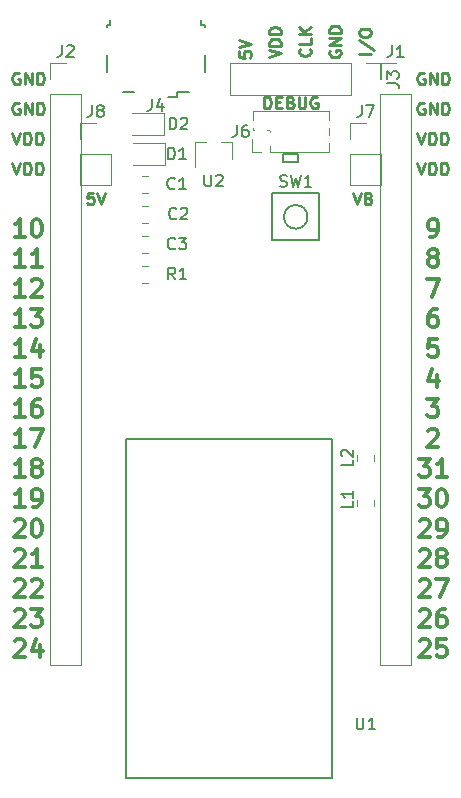
<source format=gbr>
G04 #@! TF.GenerationSoftware,KiCad,Pcbnew,5.0.1*
G04 #@! TF.CreationDate,2019-01-03T14:35:24+01:00*
G04 #@! TF.ProjectId,e73-ab,6537332D61622E6B696361645F706362,rev?*
G04 #@! TF.SameCoordinates,Original*
G04 #@! TF.FileFunction,Legend,Top*
G04 #@! TF.FilePolarity,Positive*
%FSLAX46Y46*%
G04 Gerber Fmt 4.6, Leading zero omitted, Abs format (unit mm)*
G04 Created by KiCad (PCBNEW 5.0.1) date do 03 jan 2019 14:35:24 CET*
%MOMM*%
%LPD*%
G01*
G04 APERTURE LIST*
%ADD10C,0.250000*%
%ADD11C,0.200000*%
%ADD12C,0.300000*%
%ADD13C,0.150000*%
%ADD14C,0.120000*%
G04 APERTURE END LIST*
D10*
X151852380Y-53530476D02*
X151852380Y-54006666D01*
X152328571Y-54054285D01*
X152280952Y-54006666D01*
X152233333Y-53911428D01*
X152233333Y-53673333D01*
X152280952Y-53578095D01*
X152328571Y-53530476D01*
X152423809Y-53482857D01*
X152661904Y-53482857D01*
X152757142Y-53530476D01*
X152804761Y-53578095D01*
X152852380Y-53673333D01*
X152852380Y-53911428D01*
X152804761Y-54006666D01*
X152757142Y-54054285D01*
X151852380Y-53197142D02*
X152852380Y-52863809D01*
X151852380Y-52530476D01*
X161472666Y-65492380D02*
X161806000Y-66492380D01*
X162139333Y-65492380D01*
X162806000Y-65968571D02*
X162948857Y-66016190D01*
X162996476Y-66063809D01*
X163044095Y-66159047D01*
X163044095Y-66301904D01*
X162996476Y-66397142D01*
X162948857Y-66444761D01*
X162853619Y-66492380D01*
X162472666Y-66492380D01*
X162472666Y-65492380D01*
X162806000Y-65492380D01*
X162901238Y-65540000D01*
X162948857Y-65587619D01*
X162996476Y-65682857D01*
X162996476Y-65778095D01*
X162948857Y-65873333D01*
X162901238Y-65920952D01*
X162806000Y-65968571D01*
X162472666Y-65968571D01*
D11*
X156845000Y-62230000D02*
X155575000Y-62230000D01*
X156845000Y-62865000D02*
X156845000Y-62230000D01*
X155575000Y-62865000D02*
X156845000Y-62865000D01*
X155575000Y-62230000D02*
X155575000Y-62865000D01*
D10*
X166941666Y-60412380D02*
X167275000Y-61412380D01*
X167608333Y-60412380D01*
X167941666Y-61412380D02*
X167941666Y-60412380D01*
X168179761Y-60412380D01*
X168322619Y-60460000D01*
X168417857Y-60555238D01*
X168465476Y-60650476D01*
X168513095Y-60840952D01*
X168513095Y-60983809D01*
X168465476Y-61174285D01*
X168417857Y-61269523D01*
X168322619Y-61364761D01*
X168179761Y-61412380D01*
X167941666Y-61412380D01*
X168941666Y-61412380D02*
X168941666Y-60412380D01*
X169179761Y-60412380D01*
X169322619Y-60460000D01*
X169417857Y-60555238D01*
X169465476Y-60650476D01*
X169513095Y-60840952D01*
X169513095Y-60983809D01*
X169465476Y-61174285D01*
X169417857Y-61269523D01*
X169322619Y-61364761D01*
X169179761Y-61412380D01*
X168941666Y-61412380D01*
X167513095Y-55380000D02*
X167417857Y-55332380D01*
X167275000Y-55332380D01*
X167132142Y-55380000D01*
X167036904Y-55475238D01*
X166989285Y-55570476D01*
X166941666Y-55760952D01*
X166941666Y-55903809D01*
X166989285Y-56094285D01*
X167036904Y-56189523D01*
X167132142Y-56284761D01*
X167275000Y-56332380D01*
X167370238Y-56332380D01*
X167513095Y-56284761D01*
X167560714Y-56237142D01*
X167560714Y-55903809D01*
X167370238Y-55903809D01*
X167989285Y-56332380D02*
X167989285Y-55332380D01*
X168560714Y-56332380D01*
X168560714Y-55332380D01*
X169036904Y-56332380D02*
X169036904Y-55332380D01*
X169275000Y-55332380D01*
X169417857Y-55380000D01*
X169513095Y-55475238D01*
X169560714Y-55570476D01*
X169608333Y-55760952D01*
X169608333Y-55903809D01*
X169560714Y-56094285D01*
X169513095Y-56189523D01*
X169417857Y-56284761D01*
X169275000Y-56332380D01*
X169036904Y-56332380D01*
X166941666Y-62952380D02*
X167275000Y-63952380D01*
X167608333Y-62952380D01*
X167941666Y-63952380D02*
X167941666Y-62952380D01*
X168179761Y-62952380D01*
X168322619Y-63000000D01*
X168417857Y-63095238D01*
X168465476Y-63190476D01*
X168513095Y-63380952D01*
X168513095Y-63523809D01*
X168465476Y-63714285D01*
X168417857Y-63809523D01*
X168322619Y-63904761D01*
X168179761Y-63952380D01*
X167941666Y-63952380D01*
X168941666Y-63952380D02*
X168941666Y-62952380D01*
X169179761Y-62952380D01*
X169322619Y-63000000D01*
X169417857Y-63095238D01*
X169465476Y-63190476D01*
X169513095Y-63380952D01*
X169513095Y-63523809D01*
X169465476Y-63714285D01*
X169417857Y-63809523D01*
X169322619Y-63904761D01*
X169179761Y-63952380D01*
X168941666Y-63952380D01*
X167513095Y-57920000D02*
X167417857Y-57872380D01*
X167275000Y-57872380D01*
X167132142Y-57920000D01*
X167036904Y-58015238D01*
X166989285Y-58110476D01*
X166941666Y-58300952D01*
X166941666Y-58443809D01*
X166989285Y-58634285D01*
X167036904Y-58729523D01*
X167132142Y-58824761D01*
X167275000Y-58872380D01*
X167370238Y-58872380D01*
X167513095Y-58824761D01*
X167560714Y-58777142D01*
X167560714Y-58443809D01*
X167370238Y-58443809D01*
X167989285Y-58872380D02*
X167989285Y-57872380D01*
X168560714Y-58872380D01*
X168560714Y-57872380D01*
X169036904Y-58872380D02*
X169036904Y-57872380D01*
X169275000Y-57872380D01*
X169417857Y-57920000D01*
X169513095Y-58015238D01*
X169560714Y-58110476D01*
X169608333Y-58300952D01*
X169608333Y-58443809D01*
X169560714Y-58634285D01*
X169513095Y-58729523D01*
X169417857Y-58824761D01*
X169275000Y-58872380D01*
X169036904Y-58872380D01*
D12*
X167132142Y-103461428D02*
X167203571Y-103390000D01*
X167346428Y-103318571D01*
X167703571Y-103318571D01*
X167846428Y-103390000D01*
X167917857Y-103461428D01*
X167989285Y-103604285D01*
X167989285Y-103747142D01*
X167917857Y-103961428D01*
X167060714Y-104818571D01*
X167989285Y-104818571D01*
X169346428Y-103318571D02*
X168632142Y-103318571D01*
X168560714Y-104032857D01*
X168632142Y-103961428D01*
X168775000Y-103890000D01*
X169132142Y-103890000D01*
X169275000Y-103961428D01*
X169346428Y-104032857D01*
X169417857Y-104175714D01*
X169417857Y-104532857D01*
X169346428Y-104675714D01*
X169275000Y-104747142D01*
X169132142Y-104818571D01*
X168775000Y-104818571D01*
X168632142Y-104747142D01*
X168560714Y-104675714D01*
X167132142Y-100921428D02*
X167203571Y-100850000D01*
X167346428Y-100778571D01*
X167703571Y-100778571D01*
X167846428Y-100850000D01*
X167917857Y-100921428D01*
X167989285Y-101064285D01*
X167989285Y-101207142D01*
X167917857Y-101421428D01*
X167060714Y-102278571D01*
X167989285Y-102278571D01*
X169275000Y-100778571D02*
X168989285Y-100778571D01*
X168846428Y-100850000D01*
X168775000Y-100921428D01*
X168632142Y-101135714D01*
X168560714Y-101421428D01*
X168560714Y-101992857D01*
X168632142Y-102135714D01*
X168703571Y-102207142D01*
X168846428Y-102278571D01*
X169132142Y-102278571D01*
X169275000Y-102207142D01*
X169346428Y-102135714D01*
X169417857Y-101992857D01*
X169417857Y-101635714D01*
X169346428Y-101492857D01*
X169275000Y-101421428D01*
X169132142Y-101350000D01*
X168846428Y-101350000D01*
X168703571Y-101421428D01*
X168632142Y-101492857D01*
X168560714Y-101635714D01*
X167132142Y-98381428D02*
X167203571Y-98310000D01*
X167346428Y-98238571D01*
X167703571Y-98238571D01*
X167846428Y-98310000D01*
X167917857Y-98381428D01*
X167989285Y-98524285D01*
X167989285Y-98667142D01*
X167917857Y-98881428D01*
X167060714Y-99738571D01*
X167989285Y-99738571D01*
X168489285Y-98238571D02*
X169489285Y-98238571D01*
X168846428Y-99738571D01*
X167132142Y-95841428D02*
X167203571Y-95770000D01*
X167346428Y-95698571D01*
X167703571Y-95698571D01*
X167846428Y-95770000D01*
X167917857Y-95841428D01*
X167989285Y-95984285D01*
X167989285Y-96127142D01*
X167917857Y-96341428D01*
X167060714Y-97198571D01*
X167989285Y-97198571D01*
X168846428Y-96341428D02*
X168703571Y-96270000D01*
X168632142Y-96198571D01*
X168560714Y-96055714D01*
X168560714Y-95984285D01*
X168632142Y-95841428D01*
X168703571Y-95770000D01*
X168846428Y-95698571D01*
X169132142Y-95698571D01*
X169275000Y-95770000D01*
X169346428Y-95841428D01*
X169417857Y-95984285D01*
X169417857Y-96055714D01*
X169346428Y-96198571D01*
X169275000Y-96270000D01*
X169132142Y-96341428D01*
X168846428Y-96341428D01*
X168703571Y-96412857D01*
X168632142Y-96484285D01*
X168560714Y-96627142D01*
X168560714Y-96912857D01*
X168632142Y-97055714D01*
X168703571Y-97127142D01*
X168846428Y-97198571D01*
X169132142Y-97198571D01*
X169275000Y-97127142D01*
X169346428Y-97055714D01*
X169417857Y-96912857D01*
X169417857Y-96627142D01*
X169346428Y-96484285D01*
X169275000Y-96412857D01*
X169132142Y-96341428D01*
X167132142Y-93301428D02*
X167203571Y-93230000D01*
X167346428Y-93158571D01*
X167703571Y-93158571D01*
X167846428Y-93230000D01*
X167917857Y-93301428D01*
X167989285Y-93444285D01*
X167989285Y-93587142D01*
X167917857Y-93801428D01*
X167060714Y-94658571D01*
X167989285Y-94658571D01*
X168703571Y-94658571D02*
X168989285Y-94658571D01*
X169132142Y-94587142D01*
X169203571Y-94515714D01*
X169346428Y-94301428D01*
X169417857Y-94015714D01*
X169417857Y-93444285D01*
X169346428Y-93301428D01*
X169275000Y-93230000D01*
X169132142Y-93158571D01*
X168846428Y-93158571D01*
X168703571Y-93230000D01*
X168632142Y-93301428D01*
X168560714Y-93444285D01*
X168560714Y-93801428D01*
X168632142Y-93944285D01*
X168703571Y-94015714D01*
X168846428Y-94087142D01*
X169132142Y-94087142D01*
X169275000Y-94015714D01*
X169346428Y-93944285D01*
X169417857Y-93801428D01*
X167060714Y-90618571D02*
X167989285Y-90618571D01*
X167489285Y-91190000D01*
X167703571Y-91190000D01*
X167846428Y-91261428D01*
X167917857Y-91332857D01*
X167989285Y-91475714D01*
X167989285Y-91832857D01*
X167917857Y-91975714D01*
X167846428Y-92047142D01*
X167703571Y-92118571D01*
X167275000Y-92118571D01*
X167132142Y-92047142D01*
X167060714Y-91975714D01*
X168917857Y-90618571D02*
X169060714Y-90618571D01*
X169203571Y-90690000D01*
X169275000Y-90761428D01*
X169346428Y-90904285D01*
X169417857Y-91190000D01*
X169417857Y-91547142D01*
X169346428Y-91832857D01*
X169275000Y-91975714D01*
X169203571Y-92047142D01*
X169060714Y-92118571D01*
X168917857Y-92118571D01*
X168775000Y-92047142D01*
X168703571Y-91975714D01*
X168632142Y-91832857D01*
X168560714Y-91547142D01*
X168560714Y-91190000D01*
X168632142Y-90904285D01*
X168703571Y-90761428D01*
X168775000Y-90690000D01*
X168917857Y-90618571D01*
X167060714Y-88078571D02*
X167989285Y-88078571D01*
X167489285Y-88650000D01*
X167703571Y-88650000D01*
X167846428Y-88721428D01*
X167917857Y-88792857D01*
X167989285Y-88935714D01*
X167989285Y-89292857D01*
X167917857Y-89435714D01*
X167846428Y-89507142D01*
X167703571Y-89578571D01*
X167275000Y-89578571D01*
X167132142Y-89507142D01*
X167060714Y-89435714D01*
X169417857Y-89578571D02*
X168560714Y-89578571D01*
X168989285Y-89578571D02*
X168989285Y-88078571D01*
X168846428Y-88292857D01*
X168703571Y-88435714D01*
X168560714Y-88507142D01*
X167846428Y-85681428D02*
X167917857Y-85610000D01*
X168060714Y-85538571D01*
X168417857Y-85538571D01*
X168560714Y-85610000D01*
X168632142Y-85681428D01*
X168703571Y-85824285D01*
X168703571Y-85967142D01*
X168632142Y-86181428D01*
X167775000Y-87038571D01*
X168703571Y-87038571D01*
X167775000Y-82998571D02*
X168703571Y-82998571D01*
X168203571Y-83570000D01*
X168417857Y-83570000D01*
X168560714Y-83641428D01*
X168632142Y-83712857D01*
X168703571Y-83855714D01*
X168703571Y-84212857D01*
X168632142Y-84355714D01*
X168560714Y-84427142D01*
X168417857Y-84498571D01*
X167989285Y-84498571D01*
X167846428Y-84427142D01*
X167775000Y-84355714D01*
X168560714Y-80958571D02*
X168560714Y-81958571D01*
X168203571Y-80387142D02*
X167846428Y-81458571D01*
X168775000Y-81458571D01*
X168632142Y-77918571D02*
X167917857Y-77918571D01*
X167846428Y-78632857D01*
X167917857Y-78561428D01*
X168060714Y-78490000D01*
X168417857Y-78490000D01*
X168560714Y-78561428D01*
X168632142Y-78632857D01*
X168703571Y-78775714D01*
X168703571Y-79132857D01*
X168632142Y-79275714D01*
X168560714Y-79347142D01*
X168417857Y-79418571D01*
X168060714Y-79418571D01*
X167917857Y-79347142D01*
X167846428Y-79275714D01*
X168560714Y-75378571D02*
X168275000Y-75378571D01*
X168132142Y-75450000D01*
X168060714Y-75521428D01*
X167917857Y-75735714D01*
X167846428Y-76021428D01*
X167846428Y-76592857D01*
X167917857Y-76735714D01*
X167989285Y-76807142D01*
X168132142Y-76878571D01*
X168417857Y-76878571D01*
X168560714Y-76807142D01*
X168632142Y-76735714D01*
X168703571Y-76592857D01*
X168703571Y-76235714D01*
X168632142Y-76092857D01*
X168560714Y-76021428D01*
X168417857Y-75950000D01*
X168132142Y-75950000D01*
X167989285Y-76021428D01*
X167917857Y-76092857D01*
X167846428Y-76235714D01*
X167775000Y-72838571D02*
X168775000Y-72838571D01*
X168132142Y-74338571D01*
X168132142Y-70941428D02*
X167989285Y-70870000D01*
X167917857Y-70798571D01*
X167846428Y-70655714D01*
X167846428Y-70584285D01*
X167917857Y-70441428D01*
X167989285Y-70370000D01*
X168132142Y-70298571D01*
X168417857Y-70298571D01*
X168560714Y-70370000D01*
X168632142Y-70441428D01*
X168703571Y-70584285D01*
X168703571Y-70655714D01*
X168632142Y-70798571D01*
X168560714Y-70870000D01*
X168417857Y-70941428D01*
X168132142Y-70941428D01*
X167989285Y-71012857D01*
X167917857Y-71084285D01*
X167846428Y-71227142D01*
X167846428Y-71512857D01*
X167917857Y-71655714D01*
X167989285Y-71727142D01*
X168132142Y-71798571D01*
X168417857Y-71798571D01*
X168560714Y-71727142D01*
X168632142Y-71655714D01*
X168703571Y-71512857D01*
X168703571Y-71227142D01*
X168632142Y-71084285D01*
X168560714Y-71012857D01*
X168417857Y-70941428D01*
X167989285Y-69258571D02*
X168275000Y-69258571D01*
X168417857Y-69187142D01*
X168489285Y-69115714D01*
X168632142Y-68901428D01*
X168703571Y-68615714D01*
X168703571Y-68044285D01*
X168632142Y-67901428D01*
X168560714Y-67830000D01*
X168417857Y-67758571D01*
X168132142Y-67758571D01*
X167989285Y-67830000D01*
X167917857Y-67901428D01*
X167846428Y-68044285D01*
X167846428Y-68401428D01*
X167917857Y-68544285D01*
X167989285Y-68615714D01*
X168132142Y-68687142D01*
X168417857Y-68687142D01*
X168560714Y-68615714D01*
X168632142Y-68544285D01*
X168703571Y-68401428D01*
X133699285Y-69258571D02*
X132842142Y-69258571D01*
X133270714Y-69258571D02*
X133270714Y-67758571D01*
X133127857Y-67972857D01*
X132985000Y-68115714D01*
X132842142Y-68187142D01*
X134627857Y-67758571D02*
X134770714Y-67758571D01*
X134913571Y-67830000D01*
X134985000Y-67901428D01*
X135056428Y-68044285D01*
X135127857Y-68330000D01*
X135127857Y-68687142D01*
X135056428Y-68972857D01*
X134985000Y-69115714D01*
X134913571Y-69187142D01*
X134770714Y-69258571D01*
X134627857Y-69258571D01*
X134485000Y-69187142D01*
X134413571Y-69115714D01*
X134342142Y-68972857D01*
X134270714Y-68687142D01*
X134270714Y-68330000D01*
X134342142Y-68044285D01*
X134413571Y-67901428D01*
X134485000Y-67830000D01*
X134627857Y-67758571D01*
X133699285Y-71798571D02*
X132842142Y-71798571D01*
X133270714Y-71798571D02*
X133270714Y-70298571D01*
X133127857Y-70512857D01*
X132985000Y-70655714D01*
X132842142Y-70727142D01*
X135127857Y-71798571D02*
X134270714Y-71798571D01*
X134699285Y-71798571D02*
X134699285Y-70298571D01*
X134556428Y-70512857D01*
X134413571Y-70655714D01*
X134270714Y-70727142D01*
X133699285Y-74338571D02*
X132842142Y-74338571D01*
X133270714Y-74338571D02*
X133270714Y-72838571D01*
X133127857Y-73052857D01*
X132985000Y-73195714D01*
X132842142Y-73267142D01*
X134270714Y-72981428D02*
X134342142Y-72910000D01*
X134485000Y-72838571D01*
X134842142Y-72838571D01*
X134985000Y-72910000D01*
X135056428Y-72981428D01*
X135127857Y-73124285D01*
X135127857Y-73267142D01*
X135056428Y-73481428D01*
X134199285Y-74338571D01*
X135127857Y-74338571D01*
X133699285Y-76878571D02*
X132842142Y-76878571D01*
X133270714Y-76878571D02*
X133270714Y-75378571D01*
X133127857Y-75592857D01*
X132985000Y-75735714D01*
X132842142Y-75807142D01*
X134199285Y-75378571D02*
X135127857Y-75378571D01*
X134627857Y-75950000D01*
X134842142Y-75950000D01*
X134985000Y-76021428D01*
X135056428Y-76092857D01*
X135127857Y-76235714D01*
X135127857Y-76592857D01*
X135056428Y-76735714D01*
X134985000Y-76807142D01*
X134842142Y-76878571D01*
X134413571Y-76878571D01*
X134270714Y-76807142D01*
X134199285Y-76735714D01*
X133699285Y-79418571D02*
X132842142Y-79418571D01*
X133270714Y-79418571D02*
X133270714Y-77918571D01*
X133127857Y-78132857D01*
X132985000Y-78275714D01*
X132842142Y-78347142D01*
X134985000Y-78418571D02*
X134985000Y-79418571D01*
X134627857Y-77847142D02*
X134270714Y-78918571D01*
X135199285Y-78918571D01*
X133699285Y-81958571D02*
X132842142Y-81958571D01*
X133270714Y-81958571D02*
X133270714Y-80458571D01*
X133127857Y-80672857D01*
X132985000Y-80815714D01*
X132842142Y-80887142D01*
X135056428Y-80458571D02*
X134342142Y-80458571D01*
X134270714Y-81172857D01*
X134342142Y-81101428D01*
X134485000Y-81030000D01*
X134842142Y-81030000D01*
X134985000Y-81101428D01*
X135056428Y-81172857D01*
X135127857Y-81315714D01*
X135127857Y-81672857D01*
X135056428Y-81815714D01*
X134985000Y-81887142D01*
X134842142Y-81958571D01*
X134485000Y-81958571D01*
X134342142Y-81887142D01*
X134270714Y-81815714D01*
X133699285Y-84498571D02*
X132842142Y-84498571D01*
X133270714Y-84498571D02*
X133270714Y-82998571D01*
X133127857Y-83212857D01*
X132985000Y-83355714D01*
X132842142Y-83427142D01*
X134985000Y-82998571D02*
X134699285Y-82998571D01*
X134556428Y-83070000D01*
X134485000Y-83141428D01*
X134342142Y-83355714D01*
X134270714Y-83641428D01*
X134270714Y-84212857D01*
X134342142Y-84355714D01*
X134413571Y-84427142D01*
X134556428Y-84498571D01*
X134842142Y-84498571D01*
X134985000Y-84427142D01*
X135056428Y-84355714D01*
X135127857Y-84212857D01*
X135127857Y-83855714D01*
X135056428Y-83712857D01*
X134985000Y-83641428D01*
X134842142Y-83570000D01*
X134556428Y-83570000D01*
X134413571Y-83641428D01*
X134342142Y-83712857D01*
X134270714Y-83855714D01*
X133699285Y-87038571D02*
X132842142Y-87038571D01*
X133270714Y-87038571D02*
X133270714Y-85538571D01*
X133127857Y-85752857D01*
X132985000Y-85895714D01*
X132842142Y-85967142D01*
X134199285Y-85538571D02*
X135199285Y-85538571D01*
X134556428Y-87038571D01*
X133699285Y-89578571D02*
X132842142Y-89578571D01*
X133270714Y-89578571D02*
X133270714Y-88078571D01*
X133127857Y-88292857D01*
X132985000Y-88435714D01*
X132842142Y-88507142D01*
X134556428Y-88721428D02*
X134413571Y-88650000D01*
X134342142Y-88578571D01*
X134270714Y-88435714D01*
X134270714Y-88364285D01*
X134342142Y-88221428D01*
X134413571Y-88150000D01*
X134556428Y-88078571D01*
X134842142Y-88078571D01*
X134985000Y-88150000D01*
X135056428Y-88221428D01*
X135127857Y-88364285D01*
X135127857Y-88435714D01*
X135056428Y-88578571D01*
X134985000Y-88650000D01*
X134842142Y-88721428D01*
X134556428Y-88721428D01*
X134413571Y-88792857D01*
X134342142Y-88864285D01*
X134270714Y-89007142D01*
X134270714Y-89292857D01*
X134342142Y-89435714D01*
X134413571Y-89507142D01*
X134556428Y-89578571D01*
X134842142Y-89578571D01*
X134985000Y-89507142D01*
X135056428Y-89435714D01*
X135127857Y-89292857D01*
X135127857Y-89007142D01*
X135056428Y-88864285D01*
X134985000Y-88792857D01*
X134842142Y-88721428D01*
X133699285Y-92118571D02*
X132842142Y-92118571D01*
X133270714Y-92118571D02*
X133270714Y-90618571D01*
X133127857Y-90832857D01*
X132985000Y-90975714D01*
X132842142Y-91047142D01*
X134413571Y-92118571D02*
X134699285Y-92118571D01*
X134842142Y-92047142D01*
X134913571Y-91975714D01*
X135056428Y-91761428D01*
X135127857Y-91475714D01*
X135127857Y-90904285D01*
X135056428Y-90761428D01*
X134985000Y-90690000D01*
X134842142Y-90618571D01*
X134556428Y-90618571D01*
X134413571Y-90690000D01*
X134342142Y-90761428D01*
X134270714Y-90904285D01*
X134270714Y-91261428D01*
X134342142Y-91404285D01*
X134413571Y-91475714D01*
X134556428Y-91547142D01*
X134842142Y-91547142D01*
X134985000Y-91475714D01*
X135056428Y-91404285D01*
X135127857Y-91261428D01*
X132842142Y-93301428D02*
X132913571Y-93230000D01*
X133056428Y-93158571D01*
X133413571Y-93158571D01*
X133556428Y-93230000D01*
X133627857Y-93301428D01*
X133699285Y-93444285D01*
X133699285Y-93587142D01*
X133627857Y-93801428D01*
X132770714Y-94658571D01*
X133699285Y-94658571D01*
X134627857Y-93158571D02*
X134770714Y-93158571D01*
X134913571Y-93230000D01*
X134985000Y-93301428D01*
X135056428Y-93444285D01*
X135127857Y-93730000D01*
X135127857Y-94087142D01*
X135056428Y-94372857D01*
X134985000Y-94515714D01*
X134913571Y-94587142D01*
X134770714Y-94658571D01*
X134627857Y-94658571D01*
X134485000Y-94587142D01*
X134413571Y-94515714D01*
X134342142Y-94372857D01*
X134270714Y-94087142D01*
X134270714Y-93730000D01*
X134342142Y-93444285D01*
X134413571Y-93301428D01*
X134485000Y-93230000D01*
X134627857Y-93158571D01*
X132842142Y-95841428D02*
X132913571Y-95770000D01*
X133056428Y-95698571D01*
X133413571Y-95698571D01*
X133556428Y-95770000D01*
X133627857Y-95841428D01*
X133699285Y-95984285D01*
X133699285Y-96127142D01*
X133627857Y-96341428D01*
X132770714Y-97198571D01*
X133699285Y-97198571D01*
X135127857Y-97198571D02*
X134270714Y-97198571D01*
X134699285Y-97198571D02*
X134699285Y-95698571D01*
X134556428Y-95912857D01*
X134413571Y-96055714D01*
X134270714Y-96127142D01*
X132842142Y-98381428D02*
X132913571Y-98310000D01*
X133056428Y-98238571D01*
X133413571Y-98238571D01*
X133556428Y-98310000D01*
X133627857Y-98381428D01*
X133699285Y-98524285D01*
X133699285Y-98667142D01*
X133627857Y-98881428D01*
X132770714Y-99738571D01*
X133699285Y-99738571D01*
X134270714Y-98381428D02*
X134342142Y-98310000D01*
X134485000Y-98238571D01*
X134842142Y-98238571D01*
X134985000Y-98310000D01*
X135056428Y-98381428D01*
X135127857Y-98524285D01*
X135127857Y-98667142D01*
X135056428Y-98881428D01*
X134199285Y-99738571D01*
X135127857Y-99738571D01*
X132842142Y-100921428D02*
X132913571Y-100850000D01*
X133056428Y-100778571D01*
X133413571Y-100778571D01*
X133556428Y-100850000D01*
X133627857Y-100921428D01*
X133699285Y-101064285D01*
X133699285Y-101207142D01*
X133627857Y-101421428D01*
X132770714Y-102278571D01*
X133699285Y-102278571D01*
X134199285Y-100778571D02*
X135127857Y-100778571D01*
X134627857Y-101350000D01*
X134842142Y-101350000D01*
X134985000Y-101421428D01*
X135056428Y-101492857D01*
X135127857Y-101635714D01*
X135127857Y-101992857D01*
X135056428Y-102135714D01*
X134985000Y-102207142D01*
X134842142Y-102278571D01*
X134413571Y-102278571D01*
X134270714Y-102207142D01*
X134199285Y-102135714D01*
X132842142Y-103461428D02*
X132913571Y-103390000D01*
X133056428Y-103318571D01*
X133413571Y-103318571D01*
X133556428Y-103390000D01*
X133627857Y-103461428D01*
X133699285Y-103604285D01*
X133699285Y-103747142D01*
X133627857Y-103961428D01*
X132770714Y-104818571D01*
X133699285Y-104818571D01*
X134985000Y-103818571D02*
X134985000Y-104818571D01*
X134627857Y-103247142D02*
X134270714Y-104318571D01*
X135199285Y-104318571D01*
D10*
X139509523Y-65492380D02*
X139033333Y-65492380D01*
X138985714Y-65968571D01*
X139033333Y-65920952D01*
X139128571Y-65873333D01*
X139366666Y-65873333D01*
X139461904Y-65920952D01*
X139509523Y-65968571D01*
X139557142Y-66063809D01*
X139557142Y-66301904D01*
X139509523Y-66397142D01*
X139461904Y-66444761D01*
X139366666Y-66492380D01*
X139128571Y-66492380D01*
X139033333Y-66444761D01*
X138985714Y-66397142D01*
X139842857Y-65492380D02*
X140176190Y-66492380D01*
X140509523Y-65492380D01*
X132651666Y-60412380D02*
X132985000Y-61412380D01*
X133318333Y-60412380D01*
X133651666Y-61412380D02*
X133651666Y-60412380D01*
X133889761Y-60412380D01*
X134032619Y-60460000D01*
X134127857Y-60555238D01*
X134175476Y-60650476D01*
X134223095Y-60840952D01*
X134223095Y-60983809D01*
X134175476Y-61174285D01*
X134127857Y-61269523D01*
X134032619Y-61364761D01*
X133889761Y-61412380D01*
X133651666Y-61412380D01*
X134651666Y-61412380D02*
X134651666Y-60412380D01*
X134889761Y-60412380D01*
X135032619Y-60460000D01*
X135127857Y-60555238D01*
X135175476Y-60650476D01*
X135223095Y-60840952D01*
X135223095Y-60983809D01*
X135175476Y-61174285D01*
X135127857Y-61269523D01*
X135032619Y-61364761D01*
X134889761Y-61412380D01*
X134651666Y-61412380D01*
X153971904Y-58364380D02*
X153971904Y-57364380D01*
X154210000Y-57364380D01*
X154352857Y-57412000D01*
X154448095Y-57507238D01*
X154495714Y-57602476D01*
X154543333Y-57792952D01*
X154543333Y-57935809D01*
X154495714Y-58126285D01*
X154448095Y-58221523D01*
X154352857Y-58316761D01*
X154210000Y-58364380D01*
X153971904Y-58364380D01*
X154971904Y-57840571D02*
X155305238Y-57840571D01*
X155448095Y-58364380D02*
X154971904Y-58364380D01*
X154971904Y-57364380D01*
X155448095Y-57364380D01*
X156210000Y-57840571D02*
X156352857Y-57888190D01*
X156400476Y-57935809D01*
X156448095Y-58031047D01*
X156448095Y-58173904D01*
X156400476Y-58269142D01*
X156352857Y-58316761D01*
X156257619Y-58364380D01*
X155876666Y-58364380D01*
X155876666Y-57364380D01*
X156210000Y-57364380D01*
X156305238Y-57412000D01*
X156352857Y-57459619D01*
X156400476Y-57554857D01*
X156400476Y-57650095D01*
X156352857Y-57745333D01*
X156305238Y-57792952D01*
X156210000Y-57840571D01*
X155876666Y-57840571D01*
X156876666Y-57364380D02*
X156876666Y-58173904D01*
X156924285Y-58269142D01*
X156971904Y-58316761D01*
X157067142Y-58364380D01*
X157257619Y-58364380D01*
X157352857Y-58316761D01*
X157400476Y-58269142D01*
X157448095Y-58173904D01*
X157448095Y-57364380D01*
X158448095Y-57412000D02*
X158352857Y-57364380D01*
X158210000Y-57364380D01*
X158067142Y-57412000D01*
X157971904Y-57507238D01*
X157924285Y-57602476D01*
X157876666Y-57792952D01*
X157876666Y-57935809D01*
X157924285Y-58126285D01*
X157971904Y-58221523D01*
X158067142Y-58316761D01*
X158210000Y-58364380D01*
X158305238Y-58364380D01*
X158448095Y-58316761D01*
X158495714Y-58269142D01*
X158495714Y-57935809D01*
X158305238Y-57935809D01*
X132651666Y-62952380D02*
X132985000Y-63952380D01*
X133318333Y-62952380D01*
X133651666Y-63952380D02*
X133651666Y-62952380D01*
X133889761Y-62952380D01*
X134032619Y-63000000D01*
X134127857Y-63095238D01*
X134175476Y-63190476D01*
X134223095Y-63380952D01*
X134223095Y-63523809D01*
X134175476Y-63714285D01*
X134127857Y-63809523D01*
X134032619Y-63904761D01*
X133889761Y-63952380D01*
X133651666Y-63952380D01*
X134651666Y-63952380D02*
X134651666Y-62952380D01*
X134889761Y-62952380D01*
X135032619Y-63000000D01*
X135127857Y-63095238D01*
X135175476Y-63190476D01*
X135223095Y-63380952D01*
X135223095Y-63523809D01*
X135175476Y-63714285D01*
X135127857Y-63809523D01*
X135032619Y-63904761D01*
X134889761Y-63952380D01*
X134651666Y-63952380D01*
X133223095Y-55380000D02*
X133127857Y-55332380D01*
X132985000Y-55332380D01*
X132842142Y-55380000D01*
X132746904Y-55475238D01*
X132699285Y-55570476D01*
X132651666Y-55760952D01*
X132651666Y-55903809D01*
X132699285Y-56094285D01*
X132746904Y-56189523D01*
X132842142Y-56284761D01*
X132985000Y-56332380D01*
X133080238Y-56332380D01*
X133223095Y-56284761D01*
X133270714Y-56237142D01*
X133270714Y-55903809D01*
X133080238Y-55903809D01*
X133699285Y-56332380D02*
X133699285Y-55332380D01*
X134270714Y-56332380D01*
X134270714Y-55332380D01*
X134746904Y-56332380D02*
X134746904Y-55332380D01*
X134985000Y-55332380D01*
X135127857Y-55380000D01*
X135223095Y-55475238D01*
X135270714Y-55570476D01*
X135318333Y-55760952D01*
X135318333Y-55903809D01*
X135270714Y-56094285D01*
X135223095Y-56189523D01*
X135127857Y-56284761D01*
X134985000Y-56332380D01*
X134746904Y-56332380D01*
X133223095Y-57920000D02*
X133127857Y-57872380D01*
X132985000Y-57872380D01*
X132842142Y-57920000D01*
X132746904Y-58015238D01*
X132699285Y-58110476D01*
X132651666Y-58300952D01*
X132651666Y-58443809D01*
X132699285Y-58634285D01*
X132746904Y-58729523D01*
X132842142Y-58824761D01*
X132985000Y-58872380D01*
X133080238Y-58872380D01*
X133223095Y-58824761D01*
X133270714Y-58777142D01*
X133270714Y-58443809D01*
X133080238Y-58443809D01*
X133699285Y-58872380D02*
X133699285Y-57872380D01*
X134270714Y-58872380D01*
X134270714Y-57872380D01*
X134746904Y-58872380D02*
X134746904Y-57872380D01*
X134985000Y-57872380D01*
X135127857Y-57920000D01*
X135223095Y-58015238D01*
X135270714Y-58110476D01*
X135318333Y-58300952D01*
X135318333Y-58443809D01*
X135270714Y-58634285D01*
X135223095Y-58729523D01*
X135127857Y-58824761D01*
X134985000Y-58872380D01*
X134746904Y-58872380D01*
X163012380Y-53752619D02*
X162012380Y-53752619D01*
X161964761Y-52562142D02*
X163250476Y-53419285D01*
X162012380Y-52038333D02*
X162012380Y-51847857D01*
X162060000Y-51752619D01*
X162155238Y-51657380D01*
X162345714Y-51609761D01*
X162679047Y-51609761D01*
X162869523Y-51657380D01*
X162964761Y-51752619D01*
X163012380Y-51847857D01*
X163012380Y-52038333D01*
X162964761Y-52133571D01*
X162869523Y-52228809D01*
X162679047Y-52276428D01*
X162345714Y-52276428D01*
X162155238Y-52228809D01*
X162060000Y-52133571D01*
X162012380Y-52038333D01*
X159520000Y-53466904D02*
X159472380Y-53562142D01*
X159472380Y-53705000D01*
X159520000Y-53847857D01*
X159615238Y-53943095D01*
X159710476Y-53990714D01*
X159900952Y-54038333D01*
X160043809Y-54038333D01*
X160234285Y-53990714D01*
X160329523Y-53943095D01*
X160424761Y-53847857D01*
X160472380Y-53705000D01*
X160472380Y-53609761D01*
X160424761Y-53466904D01*
X160377142Y-53419285D01*
X160043809Y-53419285D01*
X160043809Y-53609761D01*
X160472380Y-52990714D02*
X159472380Y-52990714D01*
X160472380Y-52419285D01*
X159472380Y-52419285D01*
X160472380Y-51943095D02*
X159472380Y-51943095D01*
X159472380Y-51705000D01*
X159520000Y-51562142D01*
X159615238Y-51466904D01*
X159710476Y-51419285D01*
X159900952Y-51371666D01*
X160043809Y-51371666D01*
X160234285Y-51419285D01*
X160329523Y-51466904D01*
X160424761Y-51562142D01*
X160472380Y-51705000D01*
X160472380Y-51943095D01*
X157837142Y-53300238D02*
X157884761Y-53347857D01*
X157932380Y-53490714D01*
X157932380Y-53585952D01*
X157884761Y-53728809D01*
X157789523Y-53824047D01*
X157694285Y-53871666D01*
X157503809Y-53919285D01*
X157360952Y-53919285D01*
X157170476Y-53871666D01*
X157075238Y-53824047D01*
X156980000Y-53728809D01*
X156932380Y-53585952D01*
X156932380Y-53490714D01*
X156980000Y-53347857D01*
X157027619Y-53300238D01*
X157932380Y-52395476D02*
X157932380Y-52871666D01*
X156932380Y-52871666D01*
X157932380Y-52062142D02*
X156932380Y-52062142D01*
X157932380Y-51490714D02*
X157360952Y-51919285D01*
X156932380Y-51490714D02*
X157503809Y-52062142D01*
X154392380Y-54038333D02*
X155392380Y-53705000D01*
X154392380Y-53371666D01*
X155392380Y-53038333D02*
X154392380Y-53038333D01*
X154392380Y-52800238D01*
X154440000Y-52657380D01*
X154535238Y-52562142D01*
X154630476Y-52514523D01*
X154820952Y-52466904D01*
X154963809Y-52466904D01*
X155154285Y-52514523D01*
X155249523Y-52562142D01*
X155344761Y-52657380D01*
X155392380Y-52800238D01*
X155392380Y-53038333D01*
X155392380Y-52038333D02*
X154392380Y-52038333D01*
X154392380Y-51800238D01*
X154440000Y-51657380D01*
X154535238Y-51562142D01*
X154630476Y-51514523D01*
X154820952Y-51466904D01*
X154963809Y-51466904D01*
X155154285Y-51514523D01*
X155249523Y-51562142D01*
X155344761Y-51657380D01*
X155392380Y-51800238D01*
X155392380Y-52038333D01*
D13*
G04 #@! TO.C,SW1*
X158635000Y-65540000D02*
X158635000Y-69540000D01*
X158635000Y-69540000D02*
X154635000Y-69540000D01*
X154635000Y-69540000D02*
X154635000Y-65540000D01*
X154635000Y-65540000D02*
X158635000Y-65540000D01*
X157635000Y-67540000D02*
G75*
G03X157635000Y-67540000I-1000000J0D01*
G01*
D14*
G04 #@! TO.C,D2*
X142812500Y-60650000D02*
X145497500Y-60650000D01*
X145497500Y-60650000D02*
X145497500Y-58730000D01*
X145497500Y-58730000D02*
X142812500Y-58730000D01*
G04 #@! TO.C,J3*
X151070000Y-54550000D02*
X151070000Y-57210000D01*
X161290000Y-54550000D02*
X151070000Y-54550000D01*
X161290000Y-57210000D02*
X151070000Y-57210000D01*
X161290000Y-54550000D02*
X161290000Y-57210000D01*
X162560000Y-54550000D02*
X163890000Y-54550000D01*
X163890000Y-54550000D02*
X163890000Y-55880000D01*
D13*
G04 #@! TO.C,U1*
X142240000Y-86360000D02*
X159740000Y-86360000D01*
X159740000Y-86360000D02*
X159740000Y-115060000D01*
X159740000Y-115060000D02*
X142240000Y-115060000D01*
X142240000Y-115060000D02*
X142240000Y-86360000D01*
D14*
G04 #@! TO.C,D1*
X142842500Y-63190000D02*
X145527500Y-63190000D01*
X145527500Y-63190000D02*
X145527500Y-61270000D01*
X145527500Y-61270000D02*
X142842500Y-61270000D01*
G04 #@! TO.C,C2*
X144101078Y-68020000D02*
X143583922Y-68020000D01*
X144101078Y-66600000D02*
X143583922Y-66600000D01*
G04 #@! TO.C,C3*
X144101078Y-69140000D02*
X143583922Y-69140000D01*
X144101078Y-70560000D02*
X143583922Y-70560000D01*
G04 #@! TO.C,C1*
X144101078Y-65480000D02*
X143583922Y-65480000D01*
X144101078Y-64060000D02*
X143583922Y-64060000D01*
G04 #@! TO.C,L1*
X161850000Y-91483922D02*
X161850000Y-92001078D01*
X163270000Y-91483922D02*
X163270000Y-92001078D01*
G04 #@! TO.C,L2*
X163270000Y-87673922D02*
X163270000Y-88191078D01*
X161850000Y-87673922D02*
X161850000Y-88191078D01*
G04 #@! TO.C,R1*
X143583922Y-71680000D02*
X144101078Y-71680000D01*
X143583922Y-73100000D02*
X144101078Y-73100000D01*
D13*
G04 #@! TO.C,J4*
X148930000Y-55260000D02*
X148930000Y-53860000D01*
X148930000Y-51460000D02*
X148930000Y-51310000D01*
X148930000Y-51310000D02*
X148630000Y-51310000D01*
X148630000Y-51310000D02*
X148630000Y-50860000D01*
X140930000Y-50860000D02*
X140930000Y-51310000D01*
X140930000Y-51310000D02*
X140630000Y-51310000D01*
X140630000Y-51310000D02*
X140630000Y-51460000D01*
X140630000Y-53860000D02*
X140630000Y-55260000D01*
X145855000Y-57435000D02*
X146580000Y-57435000D01*
X146580000Y-57435000D02*
X146580000Y-57010000D01*
X146580000Y-57010000D02*
X147580000Y-57010000D01*
X142980000Y-57010000D02*
X141980000Y-57010000D01*
D14*
G04 #@! TO.C,U2*
X151252000Y-61200000D02*
X150322000Y-61200000D01*
X148092000Y-61200000D02*
X149022000Y-61200000D01*
X148092000Y-61200000D02*
X148092000Y-63360000D01*
X151252000Y-61200000D02*
X151252000Y-62660000D01*
G04 #@! TO.C,J8*
X138370000Y-59630000D02*
X139700000Y-59630000D01*
X138370000Y-60960000D02*
X138370000Y-59630000D01*
X138370000Y-62230000D02*
X141030000Y-62230000D01*
X141030000Y-62230000D02*
X141030000Y-64830000D01*
X138370000Y-62230000D02*
X138370000Y-64830000D01*
X138370000Y-64830000D02*
X141030000Y-64830000D01*
G04 #@! TO.C,J7*
X161230000Y-64830000D02*
X163890000Y-64830000D01*
X161230000Y-62230000D02*
X161230000Y-64830000D01*
X163890000Y-62230000D02*
X163890000Y-64830000D01*
X161230000Y-62230000D02*
X163890000Y-62230000D01*
X161230000Y-60960000D02*
X161230000Y-59630000D01*
X161230000Y-59630000D02*
X162560000Y-59630000D01*
G04 #@! TO.C,J1*
X163770000Y-105470000D02*
X166430000Y-105470000D01*
X163770000Y-57150000D02*
X163770000Y-105470000D01*
X166430000Y-57150000D02*
X166430000Y-105470000D01*
X163770000Y-57150000D02*
X166430000Y-57150000D01*
X163770000Y-55880000D02*
X163770000Y-54550000D01*
X163770000Y-54550000D02*
X165100000Y-54550000D01*
G04 #@! TO.C,J2*
X135830000Y-54550000D02*
X137160000Y-54550000D01*
X135830000Y-55880000D02*
X135830000Y-54550000D01*
X135830000Y-57150000D02*
X138490000Y-57150000D01*
X138490000Y-57150000D02*
X138490000Y-105470000D01*
X135830000Y-57150000D02*
X135830000Y-105470000D01*
X135830000Y-105470000D02*
X138490000Y-105470000D01*
G04 #@! TO.C,J6*
X159445000Y-62090000D02*
X159445000Y-61267530D01*
X159445000Y-59382470D02*
X159445000Y-58560000D01*
X159445000Y-60652470D02*
X159445000Y-59997530D01*
X154430000Y-62090000D02*
X159445000Y-62090000D01*
X152975000Y-58560000D02*
X159445000Y-58560000D01*
X154430000Y-62090000D02*
X154430000Y-61523471D01*
X154430000Y-60396529D02*
X154430000Y-60253471D01*
X154376529Y-60200000D02*
X154233471Y-60200000D01*
X153106529Y-60200000D02*
X152975000Y-60200000D01*
X152975000Y-60200000D02*
X152975000Y-59997530D01*
X152975000Y-59382470D02*
X152975000Y-58560000D01*
X153670000Y-62090000D02*
X152910000Y-62090000D01*
X152910000Y-62090000D02*
X152910000Y-60960000D01*
G04 #@! TO.C,SW1*
D13*
X155301666Y-64944761D02*
X155444523Y-64992380D01*
X155682619Y-64992380D01*
X155777857Y-64944761D01*
X155825476Y-64897142D01*
X155873095Y-64801904D01*
X155873095Y-64706666D01*
X155825476Y-64611428D01*
X155777857Y-64563809D01*
X155682619Y-64516190D01*
X155492142Y-64468571D01*
X155396904Y-64420952D01*
X155349285Y-64373333D01*
X155301666Y-64278095D01*
X155301666Y-64182857D01*
X155349285Y-64087619D01*
X155396904Y-64040000D01*
X155492142Y-63992380D01*
X155730238Y-63992380D01*
X155873095Y-64040000D01*
X156206428Y-63992380D02*
X156444523Y-64992380D01*
X156635000Y-64278095D01*
X156825476Y-64992380D01*
X157063571Y-63992380D01*
X157968333Y-64992380D02*
X157396904Y-64992380D01*
X157682619Y-64992380D02*
X157682619Y-63992380D01*
X157587380Y-64135238D01*
X157492142Y-64230476D01*
X157396904Y-64278095D01*
G04 #@! TO.C,D2*
X145946904Y-60142380D02*
X145946904Y-59142380D01*
X146185000Y-59142380D01*
X146327857Y-59190000D01*
X146423095Y-59285238D01*
X146470714Y-59380476D01*
X146518333Y-59570952D01*
X146518333Y-59713809D01*
X146470714Y-59904285D01*
X146423095Y-59999523D01*
X146327857Y-60094761D01*
X146185000Y-60142380D01*
X145946904Y-60142380D01*
X146899285Y-59237619D02*
X146946904Y-59190000D01*
X147042142Y-59142380D01*
X147280238Y-59142380D01*
X147375476Y-59190000D01*
X147423095Y-59237619D01*
X147470714Y-59332857D01*
X147470714Y-59428095D01*
X147423095Y-59570952D01*
X146851666Y-60142380D01*
X147470714Y-60142380D01*
G04 #@! TO.C,J3*
X164342380Y-56213333D02*
X165056666Y-56213333D01*
X165199523Y-56260952D01*
X165294761Y-56356190D01*
X165342380Y-56499047D01*
X165342380Y-56594285D01*
X164342380Y-55832380D02*
X164342380Y-55213333D01*
X164723333Y-55546666D01*
X164723333Y-55403809D01*
X164770952Y-55308571D01*
X164818571Y-55260952D01*
X164913809Y-55213333D01*
X165151904Y-55213333D01*
X165247142Y-55260952D01*
X165294761Y-55308571D01*
X165342380Y-55403809D01*
X165342380Y-55689523D01*
X165294761Y-55784761D01*
X165247142Y-55832380D01*
G04 #@! TO.C,U1*
X161798095Y-109942380D02*
X161798095Y-110751904D01*
X161845714Y-110847142D01*
X161893333Y-110894761D01*
X161988571Y-110942380D01*
X162179047Y-110942380D01*
X162274285Y-110894761D01*
X162321904Y-110847142D01*
X162369523Y-110751904D01*
X162369523Y-109942380D01*
X163369523Y-110942380D02*
X162798095Y-110942380D01*
X163083809Y-110942380D02*
X163083809Y-109942380D01*
X162988571Y-110085238D01*
X162893333Y-110180476D01*
X162798095Y-110228095D01*
G04 #@! TO.C,D1*
X145819904Y-62682380D02*
X145819904Y-61682380D01*
X146058000Y-61682380D01*
X146200857Y-61730000D01*
X146296095Y-61825238D01*
X146343714Y-61920476D01*
X146391333Y-62110952D01*
X146391333Y-62253809D01*
X146343714Y-62444285D01*
X146296095Y-62539523D01*
X146200857Y-62634761D01*
X146058000Y-62682380D01*
X145819904Y-62682380D01*
X147343714Y-62682380D02*
X146772285Y-62682380D01*
X147058000Y-62682380D02*
X147058000Y-61682380D01*
X146962761Y-61825238D01*
X146867523Y-61920476D01*
X146772285Y-61968095D01*
G04 #@! TO.C,C2*
X146518333Y-67667142D02*
X146470714Y-67714761D01*
X146327857Y-67762380D01*
X146232619Y-67762380D01*
X146089761Y-67714761D01*
X145994523Y-67619523D01*
X145946904Y-67524285D01*
X145899285Y-67333809D01*
X145899285Y-67190952D01*
X145946904Y-67000476D01*
X145994523Y-66905238D01*
X146089761Y-66810000D01*
X146232619Y-66762380D01*
X146327857Y-66762380D01*
X146470714Y-66810000D01*
X146518333Y-66857619D01*
X146899285Y-66857619D02*
X146946904Y-66810000D01*
X147042142Y-66762380D01*
X147280238Y-66762380D01*
X147375476Y-66810000D01*
X147423095Y-66857619D01*
X147470714Y-66952857D01*
X147470714Y-67048095D01*
X147423095Y-67190952D01*
X146851666Y-67762380D01*
X147470714Y-67762380D01*
G04 #@! TO.C,C3*
X146421333Y-70207142D02*
X146373714Y-70254761D01*
X146230857Y-70302380D01*
X146135619Y-70302380D01*
X145992761Y-70254761D01*
X145897523Y-70159523D01*
X145849904Y-70064285D01*
X145802285Y-69873809D01*
X145802285Y-69730952D01*
X145849904Y-69540476D01*
X145897523Y-69445238D01*
X145992761Y-69350000D01*
X146135619Y-69302380D01*
X146230857Y-69302380D01*
X146373714Y-69350000D01*
X146421333Y-69397619D01*
X146754666Y-69302380D02*
X147373714Y-69302380D01*
X147040380Y-69683333D01*
X147183238Y-69683333D01*
X147278476Y-69730952D01*
X147326095Y-69778571D01*
X147373714Y-69873809D01*
X147373714Y-70111904D01*
X147326095Y-70207142D01*
X147278476Y-70254761D01*
X147183238Y-70302380D01*
X146897523Y-70302380D01*
X146802285Y-70254761D01*
X146754666Y-70207142D01*
G04 #@! TO.C,C1*
X146391333Y-65127142D02*
X146343714Y-65174761D01*
X146200857Y-65222380D01*
X146105619Y-65222380D01*
X145962761Y-65174761D01*
X145867523Y-65079523D01*
X145819904Y-64984285D01*
X145772285Y-64793809D01*
X145772285Y-64650952D01*
X145819904Y-64460476D01*
X145867523Y-64365238D01*
X145962761Y-64270000D01*
X146105619Y-64222380D01*
X146200857Y-64222380D01*
X146343714Y-64270000D01*
X146391333Y-64317619D01*
X147343714Y-65222380D02*
X146772285Y-65222380D01*
X147058000Y-65222380D02*
X147058000Y-64222380D01*
X146962761Y-64365238D01*
X146867523Y-64460476D01*
X146772285Y-64508095D01*
G04 #@! TO.C,L1*
X161488380Y-91606666D02*
X161488380Y-92082857D01*
X160488380Y-92082857D01*
X161488380Y-90749523D02*
X161488380Y-91320952D01*
X161488380Y-91035238D02*
X160488380Y-91035238D01*
X160631238Y-91130476D01*
X160726476Y-91225714D01*
X160774095Y-91320952D01*
G04 #@! TO.C,L2*
X161488380Y-88099166D02*
X161488380Y-88575357D01*
X160488380Y-88575357D01*
X160583619Y-87813452D02*
X160536000Y-87765833D01*
X160488380Y-87670595D01*
X160488380Y-87432500D01*
X160536000Y-87337261D01*
X160583619Y-87289642D01*
X160678857Y-87242023D01*
X160774095Y-87242023D01*
X160916952Y-87289642D01*
X161488380Y-87861071D01*
X161488380Y-87242023D01*
G04 #@! TO.C,R1*
X146421333Y-72842380D02*
X146088000Y-72366190D01*
X145849904Y-72842380D02*
X145849904Y-71842380D01*
X146230857Y-71842380D01*
X146326095Y-71890000D01*
X146373714Y-71937619D01*
X146421333Y-72032857D01*
X146421333Y-72175714D01*
X146373714Y-72270952D01*
X146326095Y-72318571D01*
X146230857Y-72366190D01*
X145849904Y-72366190D01*
X147373714Y-72842380D02*
X146802285Y-72842380D01*
X147088000Y-72842380D02*
X147088000Y-71842380D01*
X146992761Y-71985238D01*
X146897523Y-72080476D01*
X146802285Y-72128095D01*
G04 #@! TO.C,J4*
X144446666Y-57562380D02*
X144446666Y-58276666D01*
X144399047Y-58419523D01*
X144303809Y-58514761D01*
X144160952Y-58562380D01*
X144065714Y-58562380D01*
X145351428Y-57895714D02*
X145351428Y-58562380D01*
X145113333Y-57514761D02*
X144875238Y-58229047D01*
X145494285Y-58229047D01*
G04 #@! TO.C,U2*
X148910095Y-63968380D02*
X148910095Y-64777904D01*
X148957714Y-64873142D01*
X149005333Y-64920761D01*
X149100571Y-64968380D01*
X149291047Y-64968380D01*
X149386285Y-64920761D01*
X149433904Y-64873142D01*
X149481523Y-64777904D01*
X149481523Y-63968380D01*
X149910095Y-64063619D02*
X149957714Y-64016000D01*
X150052952Y-63968380D01*
X150291047Y-63968380D01*
X150386285Y-64016000D01*
X150433904Y-64063619D01*
X150481523Y-64158857D01*
X150481523Y-64254095D01*
X150433904Y-64396952D01*
X149862476Y-64968380D01*
X150481523Y-64968380D01*
G04 #@! TO.C,J8*
X139366666Y-58082380D02*
X139366666Y-58796666D01*
X139319047Y-58939523D01*
X139223809Y-59034761D01*
X139080952Y-59082380D01*
X138985714Y-59082380D01*
X139985714Y-58510952D02*
X139890476Y-58463333D01*
X139842857Y-58415714D01*
X139795238Y-58320476D01*
X139795238Y-58272857D01*
X139842857Y-58177619D01*
X139890476Y-58130000D01*
X139985714Y-58082380D01*
X140176190Y-58082380D01*
X140271428Y-58130000D01*
X140319047Y-58177619D01*
X140366666Y-58272857D01*
X140366666Y-58320476D01*
X140319047Y-58415714D01*
X140271428Y-58463333D01*
X140176190Y-58510952D01*
X139985714Y-58510952D01*
X139890476Y-58558571D01*
X139842857Y-58606190D01*
X139795238Y-58701428D01*
X139795238Y-58891904D01*
X139842857Y-58987142D01*
X139890476Y-59034761D01*
X139985714Y-59082380D01*
X140176190Y-59082380D01*
X140271428Y-59034761D01*
X140319047Y-58987142D01*
X140366666Y-58891904D01*
X140366666Y-58701428D01*
X140319047Y-58606190D01*
X140271428Y-58558571D01*
X140176190Y-58510952D01*
G04 #@! TO.C,J7*
X162226666Y-58082380D02*
X162226666Y-58796666D01*
X162179047Y-58939523D01*
X162083809Y-59034761D01*
X161940952Y-59082380D01*
X161845714Y-59082380D01*
X162607619Y-58082380D02*
X163274285Y-58082380D01*
X162845714Y-59082380D01*
G04 #@! TO.C,J1*
X164766666Y-53002380D02*
X164766666Y-53716666D01*
X164719047Y-53859523D01*
X164623809Y-53954761D01*
X164480952Y-54002380D01*
X164385714Y-54002380D01*
X165766666Y-54002380D02*
X165195238Y-54002380D01*
X165480952Y-54002380D02*
X165480952Y-53002380D01*
X165385714Y-53145238D01*
X165290476Y-53240476D01*
X165195238Y-53288095D01*
G04 #@! TO.C,J2*
X136826666Y-53002380D02*
X136826666Y-53716666D01*
X136779047Y-53859523D01*
X136683809Y-53954761D01*
X136540952Y-54002380D01*
X136445714Y-54002380D01*
X137255238Y-53097619D02*
X137302857Y-53050000D01*
X137398095Y-53002380D01*
X137636190Y-53002380D01*
X137731428Y-53050000D01*
X137779047Y-53097619D01*
X137826666Y-53192857D01*
X137826666Y-53288095D01*
X137779047Y-53430952D01*
X137207619Y-54002380D01*
X137826666Y-54002380D01*
G04 #@! TO.C,J6*
X151641666Y-59777380D02*
X151641666Y-60491666D01*
X151594047Y-60634523D01*
X151498809Y-60729761D01*
X151355952Y-60777380D01*
X151260714Y-60777380D01*
X152546428Y-59777380D02*
X152355952Y-59777380D01*
X152260714Y-59825000D01*
X152213095Y-59872619D01*
X152117857Y-60015476D01*
X152070238Y-60205952D01*
X152070238Y-60586904D01*
X152117857Y-60682142D01*
X152165476Y-60729761D01*
X152260714Y-60777380D01*
X152451190Y-60777380D01*
X152546428Y-60729761D01*
X152594047Y-60682142D01*
X152641666Y-60586904D01*
X152641666Y-60348809D01*
X152594047Y-60253571D01*
X152546428Y-60205952D01*
X152451190Y-60158333D01*
X152260714Y-60158333D01*
X152165476Y-60205952D01*
X152117857Y-60253571D01*
X152070238Y-60348809D01*
G04 #@! TD*
M02*

</source>
